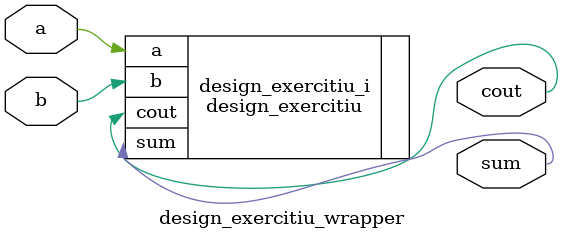
<source format=v>
`timescale 1 ps / 1 ps

module design_exercitiu_wrapper
   (a,
    b,
    cout,
    sum);
  input [0:0]a;
  input [0:0]b;
  output [0:0]cout;
  output [0:0]sum;

  wire [0:0]a;
  wire [0:0]b;
  wire [0:0]cout;
  wire [0:0]sum;

  design_exercitiu design_exercitiu_i
       (.a(a),
        .b(b),
        .cout(cout),
        .sum(sum));
endmodule

</source>
